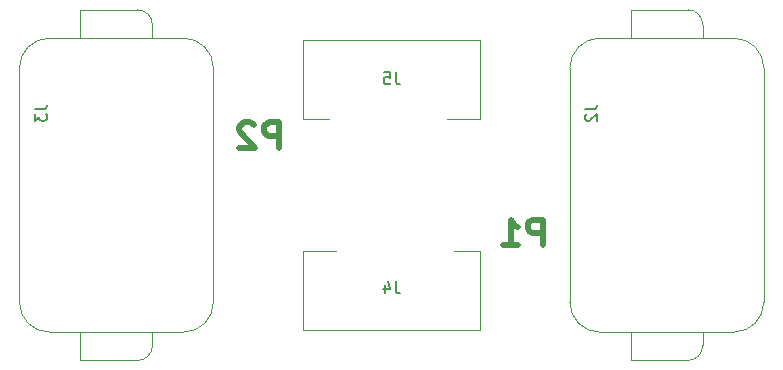
<source format=gbo>
G04 #@! TF.GenerationSoftware,KiCad,Pcbnew,(5.1.0)-1*
G04 #@! TF.CreationDate,2019-08-21T11:10:35-04:00*
G04 #@! TF.ProjectId,Famicom Expansion to NES Controller,46616d69-636f-46d2-9045-7870616e7369,rev?*
G04 #@! TF.SameCoordinates,Original*
G04 #@! TF.FileFunction,Legend,Bot*
G04 #@! TF.FilePolarity,Positive*
%FSLAX46Y46*%
G04 Gerber Fmt 4.6, Leading zero omitted, Abs format (unit mm)*
G04 Created by KiCad (PCBNEW (5.1.0)-1) date 2019-08-21 11:10:35*
%MOMM*%
%LPD*%
G04 APERTURE LIST*
%ADD10C,0.500000*%
%ADD11C,0.120000*%
%ADD12C,0.150000*%
G04 APERTURE END LIST*
D10*
X145457259Y-59380238D02*
X145457259Y-57180238D01*
X144619164Y-57180238D01*
X144409640Y-57285000D01*
X144304878Y-57389761D01*
X144200116Y-57599285D01*
X144200116Y-57913571D01*
X144304878Y-58123095D01*
X144409640Y-58227857D01*
X144619164Y-58332619D01*
X145457259Y-58332619D01*
X143362021Y-57389761D02*
X143257259Y-57285000D01*
X143047735Y-57180238D01*
X142523926Y-57180238D01*
X142314402Y-57285000D01*
X142209640Y-57389761D01*
X142104878Y-57599285D01*
X142104878Y-57808809D01*
X142209640Y-58123095D01*
X143466783Y-59380238D01*
X142104878Y-59380238D01*
X167790359Y-67610238D02*
X167790359Y-65410238D01*
X166952264Y-65410238D01*
X166742740Y-65515000D01*
X166637978Y-65619761D01*
X166533216Y-65829285D01*
X166533216Y-66143571D01*
X166637978Y-66353095D01*
X166742740Y-66457857D01*
X166952264Y-66562619D01*
X167790359Y-66562619D01*
X164437978Y-67610238D02*
X165695121Y-67610238D01*
X165066550Y-67610238D02*
X165066550Y-65410238D01*
X165276073Y-65724523D01*
X165485597Y-65934047D01*
X165695121Y-66038809D01*
D11*
X150290000Y-68100000D02*
X147500000Y-68100000D01*
X162500000Y-68100000D02*
X160290000Y-68100000D01*
X162500000Y-74750000D02*
X155000000Y-74750000D01*
X162500000Y-68100000D02*
X162500000Y-74750000D01*
X147500000Y-74750000D02*
X147500000Y-68100000D01*
X155000000Y-74750000D02*
X147500000Y-74750000D01*
X155000000Y-50250000D02*
X162500000Y-50250000D01*
X162500000Y-50250000D02*
X162500000Y-56900000D01*
X147500000Y-56900000D02*
X147500000Y-50250000D01*
X147500000Y-50250000D02*
X155000000Y-50250000D01*
X147500000Y-56900000D02*
X149710000Y-56900000D01*
X159710000Y-56900000D02*
X162500000Y-56900000D01*
X180078000Y-47653700D02*
G75*
G02X181348000Y-48923700I0J-1270000D01*
G01*
X181348000Y-76076300D02*
G75*
G02X180078000Y-77346300I-1270000J0D01*
G01*
X175252000Y-47653700D02*
X175252000Y-50054000D01*
X181348000Y-48923700D02*
X181348000Y-50054000D01*
X175252000Y-77346300D02*
X175252000Y-74946000D01*
X181348000Y-76076300D02*
X181348000Y-74946000D01*
X175252000Y-47653700D02*
X180078000Y-47653700D01*
X175252000Y-77346300D02*
X180078000Y-77346300D01*
X186516900Y-72406000D02*
G75*
G02X183976900Y-74946000I-2540000J0D01*
G01*
X172623100Y-74946000D02*
G75*
G02X170083100Y-72406000I0J2540000D01*
G01*
X170083100Y-52594000D02*
G75*
G02X172623100Y-50054000I2540000J0D01*
G01*
X183976900Y-50054000D02*
G75*
G02X186516900Y-52594000I0J-2540000D01*
G01*
X172623100Y-50054000D02*
X183976900Y-50054000D01*
X170083100Y-72406000D02*
X170083100Y-52594000D01*
X183976900Y-74946000D02*
X172623100Y-74946000D01*
X186516900Y-52594000D02*
X186516900Y-72406000D01*
X133478000Y-47653700D02*
G75*
G02X134748000Y-48923700I0J-1270000D01*
G01*
X134748000Y-76076300D02*
G75*
G02X133478000Y-77346300I-1270000J0D01*
G01*
X128652000Y-47653700D02*
X128652000Y-50054000D01*
X134748000Y-48923700D02*
X134748000Y-50054000D01*
X128652000Y-77346300D02*
X128652000Y-74946000D01*
X134748000Y-76076300D02*
X134748000Y-74946000D01*
X128652000Y-47653700D02*
X133478000Y-47653700D01*
X128652000Y-77346300D02*
X133478000Y-77346300D01*
X139916900Y-72406000D02*
G75*
G02X137376900Y-74946000I-2540000J0D01*
G01*
X126023100Y-74946000D02*
G75*
G02X123483100Y-72406000I0J2540000D01*
G01*
X123483100Y-52594000D02*
G75*
G02X126023100Y-50054000I2540000J0D01*
G01*
X137376900Y-50054000D02*
G75*
G02X139916900Y-52594000I0J-2540000D01*
G01*
X126023100Y-50054000D02*
X137376900Y-50054000D01*
X123483100Y-72406000D02*
X123483100Y-52594000D01*
X137376900Y-74946000D02*
X126023100Y-74946000D01*
X139916900Y-52594000D02*
X139916900Y-72406000D01*
D12*
X155333333Y-70652380D02*
X155333333Y-71366666D01*
X155380952Y-71509523D01*
X155476190Y-71604761D01*
X155619047Y-71652380D01*
X155714285Y-71652380D01*
X154428571Y-70985714D02*
X154428571Y-71652380D01*
X154666666Y-70604761D02*
X154904761Y-71319047D01*
X154285714Y-71319047D01*
X155333333Y-52952380D02*
X155333333Y-53666666D01*
X155380952Y-53809523D01*
X155476190Y-53904761D01*
X155619047Y-53952380D01*
X155714285Y-53952380D01*
X154380952Y-52952380D02*
X154857142Y-52952380D01*
X154904761Y-53428571D01*
X154857142Y-53380952D01*
X154761904Y-53333333D01*
X154523809Y-53333333D01*
X154428571Y-53380952D01*
X154380952Y-53428571D01*
X154333333Y-53523809D01*
X154333333Y-53761904D01*
X154380952Y-53857142D01*
X154428571Y-53904761D01*
X154523809Y-53952380D01*
X154761904Y-53952380D01*
X154857142Y-53904761D01*
X154904761Y-53857142D01*
X171391380Y-56070666D02*
X172105666Y-56070666D01*
X172248523Y-56023047D01*
X172343761Y-55927809D01*
X172391380Y-55784952D01*
X172391380Y-55689714D01*
X171486619Y-56499238D02*
X171439000Y-56546857D01*
X171391380Y-56642095D01*
X171391380Y-56880190D01*
X171439000Y-56975428D01*
X171486619Y-57023047D01*
X171581857Y-57070666D01*
X171677095Y-57070666D01*
X171819952Y-57023047D01*
X172391380Y-56451619D01*
X172391380Y-57070666D01*
X124791380Y-56070666D02*
X125505666Y-56070666D01*
X125648523Y-56023047D01*
X125743761Y-55927809D01*
X125791380Y-55784952D01*
X125791380Y-55689714D01*
X124791380Y-56451619D02*
X124791380Y-57070666D01*
X125172333Y-56737333D01*
X125172333Y-56880190D01*
X125219952Y-56975428D01*
X125267571Y-57023047D01*
X125362809Y-57070666D01*
X125600904Y-57070666D01*
X125696142Y-57023047D01*
X125743761Y-56975428D01*
X125791380Y-56880190D01*
X125791380Y-56594476D01*
X125743761Y-56499238D01*
X125696142Y-56451619D01*
M02*

</source>
